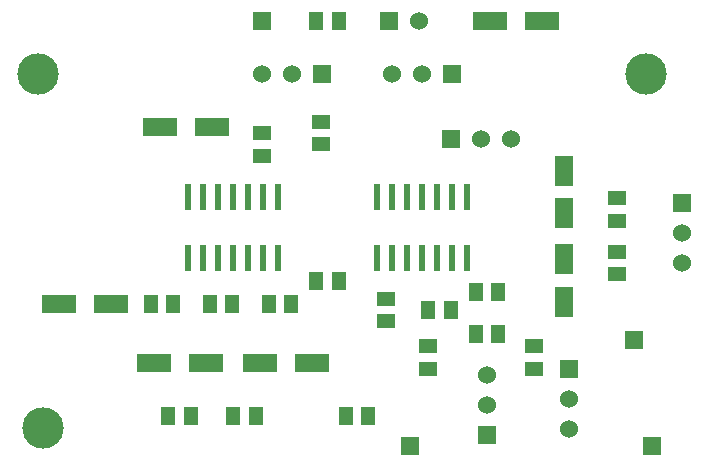
<source format=gts>
%FSLAX34Y34*%
G04 Gerber Fmt 3.4, Leading zero omitted, Abs format*
G04 (created by PCBNEW (2014-02-26 BZR 4721)-product) date Monday, 21 March 2016 14:49:11*
%MOIN*%
G01*
G70*
G90*
G04 APERTURE LIST*
%ADD10C,0.005906*%
%ADD11R,0.118100X0.063000*%
%ADD12R,0.051200X0.059000*%
%ADD13R,0.063000X0.102400*%
%ADD14R,0.059000X0.051200*%
%ADD15R,0.060000X0.060000*%
%ADD16C,0.060000*%
%ADD17R,0.023600X0.086600*%
%ADD18C,0.137795*%
G04 APERTURE END LIST*
G54D10*
G54D11*
X46928Y-42125D03*
X45196Y-42125D03*
X50078Y-44094D03*
X48346Y-44094D03*
X53621Y-44094D03*
X51889Y-44094D03*
X50275Y-36220D03*
X48543Y-36220D03*
G54D12*
X54508Y-41338D03*
X53758Y-41338D03*
G54D11*
X59567Y-32677D03*
X61299Y-32677D03*
G54D13*
X62007Y-42047D03*
X62007Y-40629D03*
X62007Y-39094D03*
X62007Y-37676D03*
G54D14*
X63779Y-41123D03*
X63779Y-40373D03*
X63779Y-39351D03*
X63779Y-38601D03*
G54D15*
X65944Y-38763D03*
G54D16*
X65944Y-39763D03*
X65944Y-40763D03*
G54D15*
X56889Y-46850D03*
X64960Y-46850D03*
X64370Y-43307D03*
X51968Y-32677D03*
G54D14*
X51968Y-37186D03*
X51968Y-36436D03*
X57480Y-43522D03*
X57480Y-44272D03*
X61023Y-43522D03*
X61023Y-44272D03*
G54D12*
X48997Y-42125D03*
X48247Y-42125D03*
X50965Y-42125D03*
X50215Y-42125D03*
X52934Y-42125D03*
X52184Y-42125D03*
X55493Y-45866D03*
X54743Y-45866D03*
G54D14*
X53937Y-36792D03*
X53937Y-36042D03*
G54D12*
X49587Y-45866D03*
X48837Y-45866D03*
X51752Y-45866D03*
X51002Y-45866D03*
G54D14*
X56102Y-41947D03*
X56102Y-42697D03*
G54D12*
X58249Y-42322D03*
X57499Y-42322D03*
X59823Y-41732D03*
X59073Y-41732D03*
X59823Y-43110D03*
X59073Y-43110D03*
X53758Y-32677D03*
X54508Y-32677D03*
G54D15*
X59448Y-46472D03*
G54D16*
X59448Y-45472D03*
X59448Y-44472D03*
G54D15*
X62204Y-44275D03*
G54D16*
X62204Y-45275D03*
X62204Y-46275D03*
G54D15*
X53952Y-34448D03*
G54D16*
X52952Y-34448D03*
X51952Y-34448D03*
G54D15*
X58251Y-36614D03*
G54D16*
X59251Y-36614D03*
X60251Y-36614D03*
G54D15*
X58283Y-34448D03*
G54D16*
X57283Y-34448D03*
X56283Y-34448D03*
G54D15*
X56192Y-32677D03*
G54D16*
X57192Y-32677D03*
G54D17*
X49484Y-40589D03*
X49984Y-40589D03*
X50484Y-40589D03*
X50984Y-40589D03*
X51484Y-40589D03*
X51984Y-40589D03*
X52484Y-40589D03*
X52484Y-38543D03*
X51984Y-38543D03*
X51484Y-38543D03*
X50984Y-38543D03*
X50484Y-38543D03*
X49984Y-38543D03*
X49484Y-38543D03*
X55783Y-40589D03*
X56283Y-40589D03*
X56783Y-40589D03*
X57283Y-40589D03*
X57783Y-40589D03*
X58283Y-40589D03*
X58783Y-40589D03*
X58783Y-38543D03*
X58283Y-38543D03*
X57783Y-38543D03*
X57283Y-38543D03*
X56783Y-38543D03*
X56283Y-38543D03*
X55783Y-38543D03*
G54D18*
X44472Y-34444D03*
X44669Y-46255D03*
X64748Y-34444D03*
M02*

</source>
